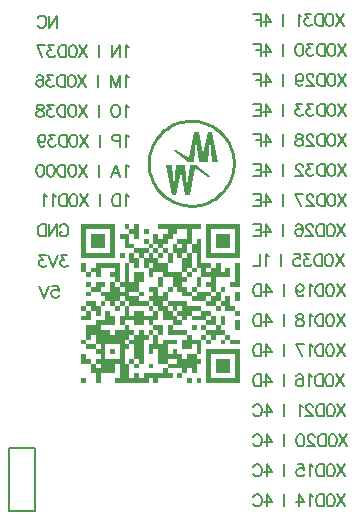
<source format=gbo>
G04*
G04 #@! TF.GenerationSoftware,Altium Limited,Altium Designer,20.0.11 (256)*
G04*
G04 Layer_Color=32896*
%FSLAX25Y25*%
%MOIN*%
G70*
G01*
G75*
%ADD10C,0.00600*%
%ADD12C,0.00800*%
%ADD81C,0.01000*%
G36*
X72000Y118700D02*
X70000D01*
X69250Y126200D01*
X68500Y118700D01*
X65500D01*
X64750Y126200D01*
X64000Y118700D01*
X62000D01*
X57000Y122700D01*
X58000D01*
X62235Y119877D01*
X64000Y128700D01*
X65500D01*
X67000Y121200D01*
X68500Y128700D01*
X70000D01*
X72000Y118700D01*
D02*
G37*
G36*
X69500Y113700D02*
X68500D01*
X64265Y116524D01*
X62500Y107700D01*
X61000D01*
X59500Y115200D01*
X58000Y107700D01*
X56500D01*
X54500Y117700D01*
X56500D01*
X57250Y110200D01*
X58000Y117700D01*
X61000D01*
X61750Y110200D01*
X62500Y117700D01*
X64500D01*
X69500Y113700D01*
D02*
G37*
G36*
X45600Y97000D02*
Y96200D01*
Y95400D01*
Y94600D01*
Y93800D01*
Y93000D01*
X44000D01*
Y93800D01*
Y94600D01*
X42400D01*
Y95400D01*
Y96200D01*
X40800D01*
Y97000D01*
Y97800D01*
X42400D01*
Y97000D01*
Y96200D01*
X44000D01*
Y97000D01*
Y97800D01*
X45600D01*
Y97000D01*
D02*
G37*
G36*
X48800Y95400D02*
Y94600D01*
X47200D01*
Y95400D01*
Y96200D01*
X48800D01*
Y95400D01*
D02*
G37*
G36*
X79200Y97000D02*
Y96200D01*
Y95400D01*
Y94600D01*
Y93800D01*
Y93000D01*
Y92200D01*
Y91400D01*
Y90600D01*
Y89800D01*
Y89000D01*
Y88200D01*
Y87400D01*
Y86600D01*
X68000D01*
Y87400D01*
Y88200D01*
Y89000D01*
Y89800D01*
Y90600D01*
Y91400D01*
Y92200D01*
Y93000D01*
Y93800D01*
Y94600D01*
Y95400D01*
Y96200D01*
Y97000D01*
Y97800D01*
X79200D01*
Y97000D01*
D02*
G37*
G36*
X48800Y92200D02*
Y91400D01*
X50400D01*
Y90600D01*
Y89800D01*
X52000D01*
Y89000D01*
Y88200D01*
X53600D01*
Y87400D01*
Y86600D01*
X52000D01*
Y87400D01*
Y88200D01*
X50400D01*
Y89000D01*
Y89800D01*
X48800D01*
Y90600D01*
Y91400D01*
X47200D01*
Y92200D01*
Y93000D01*
X48800D01*
Y92200D01*
D02*
G37*
G36*
X40800Y87400D02*
Y86600D01*
X39200D01*
Y87400D01*
Y88200D01*
X40800D01*
Y87400D01*
D02*
G37*
G36*
X37600Y97000D02*
Y96200D01*
Y95400D01*
Y94600D01*
Y93800D01*
Y93000D01*
Y92200D01*
Y91400D01*
Y90600D01*
Y89800D01*
Y89000D01*
Y88200D01*
Y87400D01*
Y86600D01*
X26400D01*
Y87400D01*
Y88200D01*
Y89000D01*
Y89800D01*
Y90600D01*
Y91400D01*
Y92200D01*
Y93000D01*
Y93800D01*
Y94600D01*
Y95400D01*
Y96200D01*
Y97000D01*
Y97800D01*
X37600D01*
Y97000D01*
D02*
G37*
G36*
X44000Y87400D02*
Y86600D01*
X45600D01*
Y85800D01*
Y85000D01*
Y84200D01*
Y83400D01*
X44000D01*
Y84200D01*
Y85000D01*
X42400D01*
Y85800D01*
Y86600D01*
Y87400D01*
Y88200D01*
X44000D01*
Y87400D01*
D02*
G37*
G36*
X28000Y84200D02*
Y83400D01*
Y82600D01*
Y81800D01*
X29600D01*
Y81000D01*
Y80200D01*
X28000D01*
Y81000D01*
Y81800D01*
X26400D01*
Y82600D01*
Y83400D01*
Y84200D01*
Y85000D01*
X28000D01*
Y84200D01*
D02*
G37*
G36*
X42400D02*
Y83400D01*
Y82600D01*
Y81800D01*
Y81000D01*
Y80200D01*
Y79400D01*
Y78600D01*
X44000D01*
Y79400D01*
Y80200D01*
Y81000D01*
Y81800D01*
X47200D01*
Y81000D01*
Y80200D01*
Y79400D01*
Y78600D01*
X45600D01*
Y77800D01*
Y77000D01*
Y76200D01*
Y75400D01*
X47200D01*
Y74600D01*
Y73800D01*
X45600D01*
Y74600D01*
Y75400D01*
X42400D01*
Y74600D01*
Y73800D01*
X45600D01*
Y73000D01*
Y72200D01*
X48800D01*
Y71400D01*
Y70600D01*
X50400D01*
Y69800D01*
Y69000D01*
X52000D01*
Y68200D01*
Y67400D01*
Y66600D01*
Y65800D01*
X50400D01*
Y65000D01*
Y64200D01*
X53600D01*
Y63400D01*
Y62600D01*
Y61800D01*
Y61000D01*
X52000D01*
Y61800D01*
Y62600D01*
X50400D01*
Y63400D01*
Y64200D01*
X48800D01*
Y65000D01*
Y65800D01*
X47200D01*
Y65000D01*
Y64200D01*
X44000D01*
Y65000D01*
Y65800D01*
X40800D01*
Y65000D01*
Y64200D01*
X42400D01*
Y63400D01*
Y62600D01*
X44000D01*
Y61800D01*
Y61000D01*
X45600D01*
Y61800D01*
Y62600D01*
X47200D01*
Y61800D01*
Y61000D01*
X48800D01*
Y60200D01*
Y59400D01*
X47200D01*
Y58600D01*
Y57800D01*
Y57000D01*
Y56200D01*
Y55400D01*
Y54600D01*
Y53800D01*
Y53000D01*
Y52200D01*
Y51400D01*
X45600D01*
Y52200D01*
Y53000D01*
X44000D01*
Y53800D01*
Y54600D01*
Y55400D01*
Y56200D01*
Y57000D01*
Y57800D01*
X42400D01*
Y58600D01*
Y59400D01*
X40800D01*
Y58600D01*
Y57800D01*
X42400D01*
Y57000D01*
Y56200D01*
X40800D01*
Y55400D01*
Y54600D01*
Y53800D01*
Y53000D01*
Y52200D01*
Y51400D01*
X42400D01*
Y50600D01*
Y49800D01*
Y49000D01*
Y48200D01*
Y47400D01*
Y46600D01*
X44000D01*
Y47400D01*
Y48200D01*
X45600D01*
Y47400D01*
Y46600D01*
X47200D01*
Y47400D01*
Y48200D01*
X53600D01*
Y49000D01*
Y49800D01*
X55200D01*
Y49000D01*
Y48200D01*
X56800D01*
Y47400D01*
Y46600D01*
X52000D01*
Y45800D01*
Y45000D01*
X50400D01*
Y45800D01*
Y46600D01*
X48800D01*
Y45800D01*
Y45000D01*
X37600D01*
Y45800D01*
Y46600D01*
X39200D01*
Y47400D01*
Y48200D01*
Y49000D01*
Y49800D01*
Y50600D01*
Y51400D01*
X37600D01*
Y50600D01*
Y49800D01*
Y49000D01*
Y48200D01*
X32800D01*
Y47400D01*
Y46600D01*
Y45800D01*
Y45000D01*
X31200D01*
Y45800D01*
Y46600D01*
Y47400D01*
Y48200D01*
X29600D01*
Y49000D01*
Y49800D01*
Y50600D01*
Y51400D01*
X26400D01*
Y52200D01*
Y53000D01*
Y53800D01*
Y54600D01*
X28000D01*
Y53800D01*
Y53000D01*
X29600D01*
Y52200D01*
Y51400D01*
X31200D01*
Y50600D01*
Y49800D01*
X32800D01*
Y50600D01*
Y51400D01*
X31200D01*
Y52200D01*
Y53000D01*
X32800D01*
Y53800D01*
Y54600D01*
X31200D01*
Y55400D01*
Y56200D01*
X28000D01*
Y57000D01*
Y57800D01*
X26400D01*
Y58600D01*
Y59400D01*
X28000D01*
Y58600D01*
Y57800D01*
X31200D01*
Y57000D01*
Y56200D01*
X32800D01*
Y57000D01*
Y57800D01*
X31200D01*
Y58600D01*
Y59400D01*
Y60200D01*
Y61000D01*
X29600D01*
Y60200D01*
Y59400D01*
X28000D01*
Y60200D01*
Y61000D01*
Y61800D01*
Y62600D01*
Y63400D01*
Y64200D01*
X31200D01*
Y65000D01*
Y65800D01*
X34400D01*
Y66600D01*
Y67400D01*
Y68200D01*
Y69000D01*
X36000D01*
Y68200D01*
Y67400D01*
X37600D01*
Y66600D01*
Y65800D01*
Y65000D01*
Y64200D01*
X32800D01*
Y63400D01*
Y62600D01*
X36000D01*
Y61800D01*
Y61000D01*
X37600D01*
Y61800D01*
Y62600D01*
X40800D01*
Y63400D01*
Y64200D01*
X39200D01*
Y65000D01*
Y65800D01*
Y66600D01*
Y67400D01*
X40800D01*
Y68200D01*
Y69000D01*
Y69800D01*
Y70600D01*
X39200D01*
Y71400D01*
Y72200D01*
X37600D01*
Y71400D01*
Y70600D01*
X39200D01*
Y69800D01*
Y69000D01*
X37600D01*
Y69800D01*
Y70600D01*
X36000D01*
Y71400D01*
Y72200D01*
X34400D01*
Y73000D01*
Y73800D01*
X32800D01*
Y74600D01*
Y75400D01*
X29600D01*
Y76200D01*
Y77000D01*
X28000D01*
Y77800D01*
Y78600D01*
X29600D01*
Y77800D01*
Y77000D01*
X31200D01*
Y77800D01*
Y78600D01*
X34400D01*
Y77800D01*
Y77000D01*
X32800D01*
Y76200D01*
Y75400D01*
X36000D01*
Y76200D01*
Y77000D01*
Y77800D01*
Y78600D01*
X37600D01*
Y77800D01*
Y77000D01*
X39200D01*
Y76200D01*
Y75400D01*
X40800D01*
Y76200D01*
Y77000D01*
X39200D01*
Y77800D01*
Y78600D01*
X37600D01*
Y79400D01*
Y80200D01*
X36000D01*
Y81000D01*
Y81800D01*
X37600D01*
Y82600D01*
Y83400D01*
X32800D01*
Y82600D01*
Y81800D01*
Y81000D01*
Y80200D01*
X31200D01*
Y81000D01*
Y81800D01*
X29600D01*
Y82600D01*
Y83400D01*
X31200D01*
Y84200D01*
Y85000D01*
X39200D01*
Y84200D01*
Y83400D01*
Y82600D01*
Y81800D01*
Y81000D01*
Y80200D01*
Y79400D01*
Y78600D01*
X40800D01*
Y79400D01*
Y80200D01*
Y81000D01*
Y81800D01*
Y82600D01*
Y83400D01*
Y84200D01*
Y85000D01*
X42400D01*
Y84200D01*
D02*
G37*
G36*
X79200D02*
Y83400D01*
Y82600D01*
Y81800D01*
Y81000D01*
Y80200D01*
Y79400D01*
Y78600D01*
Y77800D01*
Y77000D01*
X76000D01*
Y77800D01*
Y78600D01*
X77600D01*
Y79400D01*
Y80200D01*
Y81000D01*
Y81800D01*
Y82600D01*
Y83400D01*
Y84200D01*
Y85000D01*
X79200D01*
Y84200D01*
D02*
G37*
G36*
X66400Y79400D02*
Y78600D01*
Y77800D01*
Y77000D01*
X64800D01*
Y77800D01*
Y78600D01*
Y79400D01*
Y80200D01*
X66400D01*
Y79400D01*
D02*
G37*
G36*
X53600D02*
Y78600D01*
Y77800D01*
Y77000D01*
X52000D01*
Y77800D01*
Y78600D01*
Y79400D01*
Y80200D01*
X53600D01*
Y79400D01*
D02*
G37*
G36*
X74400Y76200D02*
Y75400D01*
X72800D01*
Y76200D01*
Y77000D01*
X74400D01*
Y76200D01*
D02*
G37*
G36*
X56800D02*
Y75400D01*
X55200D01*
Y76200D01*
Y77000D01*
X56800D01*
Y76200D01*
D02*
G37*
G36*
X66400Y97000D02*
Y96200D01*
X63200D01*
Y95400D01*
Y94600D01*
Y93800D01*
Y93000D01*
Y92200D01*
Y91400D01*
X64800D01*
Y92200D01*
Y93000D01*
X66400D01*
Y92200D01*
Y91400D01*
Y90600D01*
Y89800D01*
Y89000D01*
Y88200D01*
Y87400D01*
Y86600D01*
Y85800D01*
Y85000D01*
X69600D01*
Y84200D01*
Y83400D01*
X71200D01*
Y84200D01*
Y85000D01*
X72800D01*
Y84200D01*
Y83400D01*
Y82600D01*
Y81800D01*
X74400D01*
Y82600D01*
Y83400D01*
X76000D01*
Y82600D01*
Y81800D01*
Y81000D01*
Y80200D01*
X71200D01*
Y79400D01*
Y78600D01*
Y77800D01*
Y77000D01*
Y76200D01*
Y75400D01*
X72800D01*
Y74600D01*
Y73800D01*
Y73000D01*
Y72200D01*
X74400D01*
Y73000D01*
Y73800D01*
X76000D01*
Y73000D01*
Y72200D01*
Y71400D01*
Y70600D01*
X77600D01*
Y69800D01*
Y69000D01*
X79200D01*
Y68200D01*
Y67400D01*
X77600D01*
Y68200D01*
Y69000D01*
X74400D01*
Y69800D01*
Y70600D01*
X72800D01*
Y71400D01*
Y72200D01*
X71200D01*
Y71400D01*
Y70600D01*
X72800D01*
Y69800D01*
Y69000D01*
X71200D01*
Y69800D01*
Y70600D01*
X68000D01*
Y71400D01*
Y72200D01*
X63200D01*
Y73000D01*
Y73800D01*
X60000D01*
Y74600D01*
Y75400D01*
X58400D01*
Y76200D01*
Y77000D01*
X56800D01*
Y77800D01*
Y78600D01*
Y79400D01*
Y80200D01*
X53600D01*
Y81000D01*
Y81800D01*
X50400D01*
Y81000D01*
Y80200D01*
X48800D01*
Y81000D01*
Y81800D01*
Y82600D01*
Y83400D01*
X47200D01*
Y84200D01*
Y85000D01*
Y85800D01*
Y86600D01*
X45600D01*
Y87400D01*
Y88200D01*
X44000D01*
Y89000D01*
Y89800D01*
X40800D01*
Y90600D01*
Y91400D01*
Y92200D01*
Y93000D01*
X39200D01*
Y93800D01*
Y94600D01*
X42400D01*
Y93800D01*
Y93000D01*
Y92200D01*
Y91400D01*
X44000D01*
Y90600D01*
Y89800D01*
X48800D01*
Y89000D01*
Y88200D01*
X50400D01*
Y87400D01*
Y86600D01*
X52000D01*
Y85800D01*
Y85000D01*
X55200D01*
Y84200D01*
Y83400D01*
Y82600D01*
Y81800D01*
X60000D01*
Y81000D01*
Y80200D01*
X61600D01*
Y79400D01*
Y78600D01*
X60000D01*
Y77800D01*
Y77000D01*
X61600D01*
Y76200D01*
Y75400D01*
X63200D01*
Y74600D01*
Y73800D01*
X64800D01*
Y74600D01*
Y75400D01*
X63200D01*
Y76200D01*
Y77000D01*
X64800D01*
Y76200D01*
Y75400D01*
X69600D01*
Y74600D01*
Y73800D01*
X71200D01*
Y74600D01*
Y75400D01*
X69600D01*
Y76200D01*
Y77000D01*
X68000D01*
Y77800D01*
Y78600D01*
X69600D01*
Y79400D01*
Y80200D01*
X66400D01*
Y81000D01*
Y81800D01*
Y82600D01*
Y83400D01*
X64800D01*
Y84200D01*
Y85000D01*
Y85800D01*
Y86600D01*
Y87400D01*
Y88200D01*
X63200D01*
Y89000D01*
Y89800D01*
Y90600D01*
Y91400D01*
X61600D01*
Y90600D01*
Y89800D01*
Y89000D01*
Y88200D01*
X63200D01*
Y87400D01*
Y86600D01*
Y85800D01*
Y85000D01*
Y84200D01*
Y83400D01*
X64800D01*
Y82600D01*
Y81800D01*
X63200D01*
Y82600D01*
Y83400D01*
X61600D01*
Y82600D01*
Y81800D01*
X63200D01*
Y81000D01*
Y80200D01*
X61600D01*
Y81000D01*
Y81800D01*
X60000D01*
Y82600D01*
Y83400D01*
Y84200D01*
Y85000D01*
Y85800D01*
Y86600D01*
X58400D01*
Y87400D01*
Y88200D01*
X56800D01*
Y89000D01*
Y89800D01*
Y90600D01*
Y91400D01*
X58400D01*
Y90600D01*
Y89800D01*
X60000D01*
Y90600D01*
Y91400D01*
X58400D01*
Y92200D01*
Y93000D01*
X61600D01*
Y93800D01*
Y94600D01*
Y95400D01*
Y96200D01*
X58400D01*
Y95400D01*
Y94600D01*
X56800D01*
Y93800D01*
Y93000D01*
X55200D01*
Y92200D01*
Y91400D01*
X53600D01*
Y90600D01*
Y89800D01*
X55200D01*
Y89000D01*
Y88200D01*
X56800D01*
Y87400D01*
Y86600D01*
Y85800D01*
Y85000D01*
X55200D01*
Y85800D01*
Y86600D01*
Y87400D01*
Y88200D01*
X53600D01*
Y89000D01*
Y89800D01*
X52000D01*
Y90600D01*
Y91400D01*
X50400D01*
Y92200D01*
Y93000D01*
Y93800D01*
Y94600D01*
X52000D01*
Y93800D01*
Y93000D01*
X53600D01*
Y93800D01*
Y94600D01*
X55200D01*
Y95400D01*
Y96200D01*
X52000D01*
Y97000D01*
Y97800D01*
X66400D01*
Y97000D01*
D02*
G37*
G36*
X29600Y74600D02*
Y73800D01*
X28000D01*
Y74600D01*
Y75400D01*
X29600D01*
Y74600D01*
D02*
G37*
G36*
X79200D02*
Y73800D01*
Y73000D01*
Y72200D01*
X77600D01*
Y73000D01*
Y73800D01*
Y74600D01*
Y75400D01*
X79200D01*
Y74600D01*
D02*
G37*
G36*
X34400Y71400D02*
Y70600D01*
X32800D01*
Y71400D01*
Y72200D01*
X34400D01*
Y71400D01*
D02*
G37*
G36*
X31200D02*
Y70600D01*
X32800D01*
Y69800D01*
Y69000D01*
Y68200D01*
Y67400D01*
X31200D01*
Y68200D01*
Y69000D01*
X29600D01*
Y69800D01*
Y70600D01*
X28000D01*
Y71400D01*
Y72200D01*
X31200D01*
Y71400D01*
D02*
G37*
G36*
X28000Y69800D02*
Y69000D01*
X29600D01*
Y68200D01*
Y67400D01*
Y66600D01*
Y65800D01*
X26400D01*
Y66600D01*
Y67400D01*
X28000D01*
Y68200D01*
Y69000D01*
X26400D01*
Y69800D01*
Y70600D01*
X28000D01*
Y69800D01*
D02*
G37*
G36*
X74400Y66600D02*
Y65800D01*
Y65000D01*
Y64200D01*
X72800D01*
Y65000D01*
Y65800D01*
Y66600D01*
Y67400D01*
X74400D01*
Y66600D01*
D02*
G37*
G36*
X79200Y65000D02*
Y64200D01*
Y63400D01*
Y62600D01*
X77600D01*
Y63400D01*
Y64200D01*
Y65000D01*
Y65800D01*
X79200D01*
Y65000D01*
D02*
G37*
G36*
X52000Y76200D02*
Y75400D01*
Y74600D01*
Y73800D01*
X53600D01*
Y74600D01*
Y75400D01*
X55200D01*
Y74600D01*
Y73800D01*
Y73000D01*
Y72200D01*
X61600D01*
Y71400D01*
Y70600D01*
X66400D01*
Y69800D01*
Y69000D01*
X69600D01*
Y68200D01*
Y67400D01*
X71200D01*
Y66600D01*
Y65800D01*
Y65000D01*
Y64200D01*
X72800D01*
Y63400D01*
Y62600D01*
X74400D01*
Y61800D01*
Y61000D01*
X76000D01*
Y60200D01*
Y59400D01*
X79200D01*
Y58600D01*
Y57800D01*
X76000D01*
Y58600D01*
Y59400D01*
X74400D01*
Y60200D01*
Y61000D01*
X71200D01*
Y60200D01*
Y59400D01*
X69600D01*
Y60200D01*
Y61000D01*
X68000D01*
Y61800D01*
Y62600D01*
X66400D01*
Y63400D01*
Y64200D01*
X68000D01*
Y63400D01*
Y62600D01*
X71200D01*
Y63400D01*
Y64200D01*
X68000D01*
Y65000D01*
Y65800D01*
X63200D01*
Y66600D01*
Y67400D01*
X61600D01*
Y66600D01*
Y65800D01*
X60000D01*
Y66600D01*
Y67400D01*
X58400D01*
Y68200D01*
Y69000D01*
X56800D01*
Y69800D01*
Y70600D01*
X55200D01*
Y71400D01*
Y72200D01*
X53600D01*
Y71400D01*
Y70600D01*
X55200D01*
Y69800D01*
Y69000D01*
X56800D01*
Y68200D01*
Y67400D01*
X58400D01*
Y66600D01*
Y65800D01*
X60000D01*
Y65000D01*
Y64200D01*
X56800D01*
Y65000D01*
Y65800D01*
X53600D01*
Y66600D01*
Y67400D01*
Y68200D01*
Y69000D01*
X52000D01*
Y69800D01*
Y70600D01*
X50400D01*
Y71400D01*
Y72200D01*
X48800D01*
Y73000D01*
Y73800D01*
X50400D01*
Y74600D01*
Y75400D01*
X48800D01*
Y76200D01*
Y77000D01*
X52000D01*
Y76200D01*
D02*
G37*
G36*
X64800Y63400D02*
Y62600D01*
X63200D01*
Y63400D01*
Y64200D01*
X64800D01*
Y63400D01*
D02*
G37*
G36*
X74400Y58600D02*
Y57800D01*
X72800D01*
Y58600D01*
Y59400D01*
X74400D01*
Y58600D01*
D02*
G37*
G36*
X68000Y60200D02*
Y59400D01*
X69600D01*
Y58600D01*
Y57800D01*
X68000D01*
Y58600D01*
Y59400D01*
X66400D01*
Y60200D01*
Y61000D01*
X68000D01*
Y60200D01*
D02*
G37*
G36*
X56800Y63400D02*
Y62600D01*
X61600D01*
Y61800D01*
Y61000D01*
X63200D01*
Y60200D01*
Y59400D01*
X66400D01*
Y58600D01*
Y57800D01*
Y57000D01*
Y56200D01*
Y55400D01*
Y54600D01*
X64800D01*
Y55400D01*
Y56200D01*
Y57000D01*
Y57800D01*
X63200D01*
Y57000D01*
Y56200D01*
X60000D01*
Y57000D01*
Y57800D01*
Y58600D01*
Y59400D01*
X61600D01*
Y60200D01*
Y61000D01*
X55200D01*
Y61800D01*
Y62600D01*
Y63400D01*
Y64200D01*
X56800D01*
Y63400D01*
D02*
G37*
G36*
X50400Y50600D02*
Y49800D01*
X48800D01*
Y50600D01*
Y51400D01*
X50400D01*
Y50600D01*
D02*
G37*
G36*
X44000Y52200D02*
Y51400D01*
X45600D01*
Y50600D01*
Y49800D01*
X44000D01*
Y50600D01*
Y51400D01*
X42400D01*
Y52200D01*
Y53000D01*
X44000D01*
Y52200D01*
D02*
G37*
G36*
X50400Y61800D02*
Y61000D01*
X52000D01*
Y60200D01*
Y59400D01*
Y58600D01*
Y57800D01*
X53600D01*
Y58600D01*
Y59400D01*
X58400D01*
Y58600D01*
Y57800D01*
X55200D01*
Y57000D01*
Y56200D01*
Y55400D01*
Y54600D01*
X56800D01*
Y55400D01*
Y56200D01*
X58400D01*
Y55400D01*
Y54600D01*
X60000D01*
Y53800D01*
Y53000D01*
X61600D01*
Y53800D01*
Y54600D01*
X64800D01*
Y53800D01*
Y53000D01*
X66400D01*
Y52200D01*
Y51400D01*
X64800D01*
Y50600D01*
Y49800D01*
Y49000D01*
Y48200D01*
X63200D01*
Y49000D01*
Y49800D01*
X61600D01*
Y49000D01*
Y48200D01*
X60000D01*
Y49000D01*
Y49800D01*
X55200D01*
Y50600D01*
Y51400D01*
X52000D01*
Y52200D01*
Y53000D01*
Y53800D01*
Y54600D01*
Y55400D01*
Y56200D01*
X50400D01*
Y55400D01*
Y54600D01*
X48800D01*
Y55400D01*
Y56200D01*
Y57000D01*
Y57800D01*
X50400D01*
Y58600D01*
Y59400D01*
Y60200D01*
Y61000D01*
X48800D01*
Y61800D01*
Y62600D01*
X50400D01*
Y61800D01*
D02*
G37*
G36*
X60000Y47400D02*
Y46600D01*
X58400D01*
Y47400D01*
Y48200D01*
X60000D01*
Y47400D01*
D02*
G37*
G36*
X79200Y55400D02*
Y54600D01*
Y53800D01*
Y53000D01*
Y52200D01*
Y51400D01*
Y50600D01*
Y49800D01*
Y49000D01*
Y48200D01*
Y47400D01*
Y46600D01*
Y45800D01*
Y45000D01*
X68000D01*
Y45800D01*
Y46600D01*
Y47400D01*
Y48200D01*
Y49000D01*
Y49800D01*
Y50600D01*
Y51400D01*
Y52200D01*
Y53000D01*
Y53800D01*
Y54600D01*
Y55400D01*
Y56200D01*
X79200D01*
Y55400D01*
D02*
G37*
G36*
X66400Y45800D02*
Y45000D01*
X64800D01*
Y45800D01*
Y46600D01*
X66400D01*
Y45800D01*
D02*
G37*
G36*
X63200D02*
Y45000D01*
X61600D01*
Y45800D01*
Y46600D01*
X63200D01*
Y45800D01*
D02*
G37*
G36*
X28000D02*
Y45000D01*
X26400D01*
Y45800D01*
Y46600D01*
X28000D01*
Y45800D01*
D02*
G37*
%LPC*%
G36*
X77600Y96200D02*
X69600D01*
Y95400D01*
Y94600D01*
Y93800D01*
Y93000D01*
Y92200D01*
Y91400D01*
Y90600D01*
Y89800D01*
Y89000D01*
Y88200D01*
X77600D01*
Y89000D01*
Y89800D01*
Y90600D01*
Y91400D01*
Y92200D01*
Y93000D01*
Y93800D01*
Y94600D01*
Y95400D01*
Y96200D01*
D02*
G37*
%LPD*%
G36*
X76000Y93800D02*
Y93000D01*
Y92200D01*
Y91400D01*
Y90600D01*
Y89800D01*
X71200D01*
Y90600D01*
Y91400D01*
Y92200D01*
Y93000D01*
Y93800D01*
Y94600D01*
X76000D01*
Y93800D01*
D02*
G37*
%LPC*%
G36*
X36000Y96200D02*
X28000D01*
Y95400D01*
Y94600D01*
Y93800D01*
Y93000D01*
Y92200D01*
Y91400D01*
Y90600D01*
Y89800D01*
Y89000D01*
Y88200D01*
X36000D01*
Y89000D01*
Y89800D01*
Y90600D01*
Y91400D01*
Y92200D01*
Y93000D01*
Y93800D01*
Y94600D01*
Y95400D01*
Y96200D01*
D02*
G37*
%LPD*%
G36*
X34400Y93800D02*
Y93000D01*
Y92200D01*
Y91400D01*
Y90600D01*
Y89800D01*
X29600D01*
Y90600D01*
Y91400D01*
Y92200D01*
Y93000D01*
Y93800D01*
Y94600D01*
X34400D01*
Y93800D01*
D02*
G37*
%LPC*%
G36*
X40800Y73800D02*
X39200D01*
Y73000D01*
Y72200D01*
X40800D01*
Y71400D01*
Y70600D01*
X42400D01*
Y69800D01*
Y69000D01*
Y68200D01*
Y67400D01*
X44000D01*
Y68200D01*
Y69000D01*
X47200D01*
Y68200D01*
Y67400D01*
X50400D01*
Y68200D01*
Y69000D01*
X48800D01*
Y69800D01*
Y70600D01*
X42400D01*
Y71400D01*
Y72200D01*
X40800D01*
Y73000D01*
Y73800D01*
D02*
G37*
G36*
X44000Y61000D02*
X42400D01*
Y60200D01*
Y59400D01*
X44000D01*
Y60200D01*
Y61000D01*
D02*
G37*
G36*
X39200Y57800D02*
X34400D01*
Y57000D01*
Y56200D01*
Y55400D01*
Y54600D01*
Y53800D01*
Y53000D01*
X39200D01*
Y53800D01*
Y54600D01*
Y55400D01*
Y56200D01*
Y57000D01*
Y57800D01*
D02*
G37*
%LPD*%
G36*
X37600Y55400D02*
Y54600D01*
X36000D01*
Y55400D01*
Y56200D01*
X37600D01*
Y55400D01*
D02*
G37*
%LPC*%
G36*
X61600Y88200D02*
X60000D01*
Y87400D01*
Y86600D01*
X61600D01*
Y87400D01*
Y88200D01*
D02*
G37*
G36*
X48800D02*
X47200D01*
Y87400D01*
Y86600D01*
X48800D01*
Y87400D01*
Y88200D01*
D02*
G37*
G36*
X50400Y85000D02*
X48800D01*
Y84200D01*
Y83400D01*
X50400D01*
Y84200D01*
Y85000D01*
D02*
G37*
G36*
X69600Y83400D02*
X68000D01*
Y82600D01*
Y81800D01*
X69600D01*
Y82600D01*
Y83400D01*
D02*
G37*
G36*
Y73800D02*
X68000D01*
Y73000D01*
Y72200D01*
X69600D01*
Y73000D01*
Y73800D01*
D02*
G37*
G36*
X60000Y70600D02*
X58400D01*
Y69800D01*
Y69000D01*
X60000D01*
Y69800D01*
Y70600D01*
D02*
G37*
G36*
X66400Y69000D02*
X63200D01*
Y68200D01*
Y67400D01*
X66400D01*
Y68200D01*
Y69000D01*
D02*
G37*
G36*
X69600Y67400D02*
X68000D01*
Y66600D01*
Y65800D01*
X69600D01*
Y66600D01*
Y67400D01*
D02*
G37*
G36*
X58400Y53000D02*
X55200D01*
Y52200D01*
Y51400D01*
X58400D01*
Y52200D01*
Y53000D01*
D02*
G37*
G36*
X77600Y54600D02*
X69600D01*
Y53800D01*
Y53000D01*
Y52200D01*
Y51400D01*
Y50600D01*
Y49800D01*
Y49000D01*
Y48200D01*
Y47400D01*
Y46600D01*
X77600D01*
Y47400D01*
Y48200D01*
Y49000D01*
Y49800D01*
Y50600D01*
Y51400D01*
Y52200D01*
Y53000D01*
Y53800D01*
Y54600D01*
D02*
G37*
%LPD*%
G36*
X76000Y52200D02*
Y51400D01*
Y50600D01*
Y49800D01*
Y49000D01*
Y48200D01*
X71200D01*
Y49000D01*
Y49800D01*
Y50600D01*
Y51400D01*
Y52200D01*
Y53000D01*
X76000D01*
Y52200D01*
D02*
G37*
D10*
X2400Y2400D02*
X10800D01*
X2400D02*
Y23400D01*
X10800D01*
Y2400D02*
Y23400D01*
D12*
X18400Y167399D02*
Y163400D01*
Y167399D02*
X15734Y163400D01*
Y167399D02*
Y163400D01*
X11773Y166447D02*
X11963Y166828D01*
X12344Y167209D01*
X12725Y167399D01*
X13487D01*
X13868Y167209D01*
X14248Y166828D01*
X14439Y166447D01*
X14629Y165876D01*
Y164924D01*
X14439Y164352D01*
X14248Y163971D01*
X13868Y163590D01*
X13487Y163400D01*
X12725D01*
X12344Y163590D01*
X11963Y163971D01*
X11773Y164352D01*
X16715Y77399D02*
X18619D01*
X18810Y75685D01*
X18619Y75876D01*
X18048Y76066D01*
X17477D01*
X16905Y75876D01*
X16524Y75495D01*
X16334Y74923D01*
Y74543D01*
X16524Y73971D01*
X16905Y73590D01*
X17477Y73400D01*
X18048D01*
X18619Y73590D01*
X18810Y73781D01*
X19000Y74162D01*
X15439Y77399D02*
X13915Y73400D01*
X12392Y77399D02*
X13915Y73400D01*
X21619Y87599D02*
X19524D01*
X20667Y86076D01*
X20096D01*
X19715Y85885D01*
X19524Y85695D01*
X19334Y85123D01*
Y84743D01*
X19524Y84171D01*
X19905Y83790D01*
X20477Y83600D01*
X21048D01*
X21619Y83790D01*
X21810Y83981D01*
X22000Y84362D01*
X18439Y87599D02*
X16915Y83600D01*
X15392Y87599D02*
X16915Y83600D01*
X14497Y87599D02*
X12402D01*
X13545Y86076D01*
X12973D01*
X12593Y85885D01*
X12402Y85695D01*
X12212Y85123D01*
Y84743D01*
X12402Y84171D01*
X12783Y83790D01*
X13354Y83600D01*
X13926D01*
X14497Y83790D01*
X14687Y83981D01*
X14878Y84362D01*
X19143Y96847D02*
X19334Y97228D01*
X19715Y97609D01*
X20096Y97799D01*
X20857D01*
X21238Y97609D01*
X21619Y97228D01*
X21810Y96847D01*
X22000Y96276D01*
Y95323D01*
X21810Y94752D01*
X21619Y94371D01*
X21238Y93990D01*
X20857Y93800D01*
X20096D01*
X19715Y93990D01*
X19334Y94371D01*
X19143Y94752D01*
Y95323D01*
X20096D02*
X19143D01*
X18229Y97799D02*
Y93800D01*
Y97799D02*
X15563Y93800D01*
Y97799D02*
Y93800D01*
X14459Y97799D02*
Y93800D01*
Y97799D02*
X13126D01*
X12554Y97609D01*
X12173Y97228D01*
X11983Y96847D01*
X11793Y96276D01*
Y95323D01*
X11983Y94752D01*
X12173Y94371D01*
X12554Y93990D01*
X13126Y93800D01*
X14459D01*
X114372Y7799D02*
X111706Y3800D01*
Y7799D02*
X114372Y3800D01*
X109668Y7799D02*
X110239Y7609D01*
X110620Y7037D01*
X110810Y6085D01*
Y5514D01*
X110620Y4562D01*
X110239Y3990D01*
X109668Y3800D01*
X109287D01*
X108716Y3990D01*
X108335Y4562D01*
X108144Y5514D01*
Y6085D01*
X108335Y7037D01*
X108716Y7609D01*
X109287Y7799D01*
X109668D01*
X107249D02*
Y3800D01*
Y7799D02*
X105916D01*
X105345Y7609D01*
X104964Y7228D01*
X104774Y6847D01*
X104583Y6276D01*
Y5324D01*
X104774Y4752D01*
X104964Y4371D01*
X105345Y3990D01*
X105916Y3800D01*
X107249D01*
X103688Y7037D02*
X103307Y7228D01*
X102736Y7799D01*
Y3800D01*
X98851Y7799D02*
X100755Y5133D01*
X97899D01*
X98851Y7799D02*
Y3800D01*
X94052Y7799D02*
Y3800D01*
X88168Y7799D02*
X90072Y5133D01*
X87216D01*
X88168Y7799D02*
Y3800D01*
X83654Y6847D02*
X83845Y7228D01*
X84226Y7609D01*
X84606Y7799D01*
X85368D01*
X85749Y7609D01*
X86130Y7228D01*
X86320Y6847D01*
X86511Y6276D01*
Y5324D01*
X86320Y4752D01*
X86130Y4371D01*
X85749Y3990D01*
X85368Y3800D01*
X84606D01*
X84226Y3990D01*
X83845Y4371D01*
X83654Y4752D01*
X114372Y17812D02*
X111706Y13813D01*
Y17812D02*
X114372Y13813D01*
X109668Y17812D02*
X110239Y17621D01*
X110620Y17050D01*
X110810Y16098D01*
Y15526D01*
X110620Y14574D01*
X110239Y14003D01*
X109668Y13813D01*
X109287D01*
X108716Y14003D01*
X108335Y14574D01*
X108144Y15526D01*
Y16098D01*
X108335Y17050D01*
X108716Y17621D01*
X109287Y17812D01*
X109668D01*
X107249D02*
Y13813D01*
Y17812D02*
X105916D01*
X105345Y17621D01*
X104964Y17240D01*
X104774Y16860D01*
X104583Y16288D01*
Y15336D01*
X104774Y14765D01*
X104964Y14384D01*
X105345Y14003D01*
X105916Y13813D01*
X107249D01*
X103688Y17050D02*
X103307Y17240D01*
X102736Y17812D01*
Y13813D01*
X98470Y17812D02*
X100375D01*
X100565Y16098D01*
X100375Y16288D01*
X99803Y16479D01*
X99232D01*
X98661Y16288D01*
X98280Y15907D01*
X98089Y15336D01*
Y14955D01*
X98280Y14384D01*
X98661Y14003D01*
X99232Y13813D01*
X99803D01*
X100375Y14003D01*
X100565Y14193D01*
X100755Y14574D01*
X94052Y17812D02*
Y13813D01*
X88168Y17812D02*
X90072Y15146D01*
X87216D01*
X88168Y17812D02*
Y13813D01*
X83654Y16860D02*
X83845Y17240D01*
X84226Y17621D01*
X84606Y17812D01*
X85368D01*
X85749Y17621D01*
X86130Y17240D01*
X86320Y16860D01*
X86511Y16288D01*
Y15336D01*
X86320Y14765D01*
X86130Y14384D01*
X85749Y14003D01*
X85368Y13813D01*
X84606D01*
X84226Y14003D01*
X83845Y14384D01*
X83654Y14765D01*
X115000Y27824D02*
X112334Y23825D01*
Y27824D02*
X115000Y23825D01*
X110296Y27824D02*
X110868Y27634D01*
X111248Y27062D01*
X111439Y26110D01*
Y25539D01*
X111248Y24587D01*
X110868Y24015D01*
X110296Y23825D01*
X109915D01*
X109344Y24015D01*
X108963Y24587D01*
X108773Y25539D01*
Y26110D01*
X108963Y27062D01*
X109344Y27634D01*
X109915Y27824D01*
X110296D01*
X107878D02*
Y23825D01*
Y27824D02*
X106545D01*
X105973Y27634D01*
X105593Y27253D01*
X105402Y26872D01*
X105212Y26301D01*
Y25348D01*
X105402Y24777D01*
X105593Y24396D01*
X105973Y24015D01*
X106545Y23825D01*
X107878D01*
X104126Y26872D02*
Y27062D01*
X103936Y27443D01*
X103745Y27634D01*
X103364Y27824D01*
X102603D01*
X102222Y27634D01*
X102031Y27443D01*
X101841Y27062D01*
Y26682D01*
X102031Y26301D01*
X102412Y25729D01*
X104317Y23825D01*
X101651D01*
X99613Y27824D02*
X100184Y27634D01*
X100565Y27062D01*
X100755Y26110D01*
Y25539D01*
X100565Y24587D01*
X100184Y24015D01*
X99613Y23825D01*
X99232D01*
X98661Y24015D01*
X98280Y24587D01*
X98089Y25539D01*
Y26110D01*
X98280Y27062D01*
X98661Y27634D01*
X99232Y27824D01*
X99613D01*
X94052D02*
Y23825D01*
X88168Y27824D02*
X90072Y25158D01*
X87216D01*
X88168Y27824D02*
Y23825D01*
X83654Y26872D02*
X83845Y27253D01*
X84226Y27634D01*
X84606Y27824D01*
X85368D01*
X85749Y27634D01*
X86130Y27253D01*
X86320Y26872D01*
X86511Y26301D01*
Y25348D01*
X86320Y24777D01*
X86130Y24396D01*
X85749Y24015D01*
X85368Y23825D01*
X84606D01*
X84226Y24015D01*
X83845Y24396D01*
X83654Y24777D01*
X114372Y37837D02*
X111706Y33838D01*
Y37837D02*
X114372Y33838D01*
X109668Y37837D02*
X110239Y37646D01*
X110620Y37075D01*
X110810Y36123D01*
Y35551D01*
X110620Y34599D01*
X110239Y34028D01*
X109668Y33838D01*
X109287D01*
X108716Y34028D01*
X108335Y34599D01*
X108144Y35551D01*
Y36123D01*
X108335Y37075D01*
X108716Y37646D01*
X109287Y37837D01*
X109668D01*
X107249D02*
Y33838D01*
Y37837D02*
X105916D01*
X105345Y37646D01*
X104964Y37265D01*
X104774Y36884D01*
X104583Y36313D01*
Y35361D01*
X104774Y34790D01*
X104964Y34409D01*
X105345Y34028D01*
X105916Y33838D01*
X107249D01*
X103498Y36884D02*
Y37075D01*
X103307Y37456D01*
X103117Y37646D01*
X102736Y37837D01*
X101974D01*
X101593Y37646D01*
X101403Y37456D01*
X101213Y37075D01*
Y36694D01*
X101403Y36313D01*
X101784Y35742D01*
X103688Y33838D01*
X101022D01*
X100127Y37075D02*
X99746Y37265D01*
X99175Y37837D01*
Y33838D01*
X94052Y37837D02*
Y33838D01*
X88168Y37837D02*
X90072Y35171D01*
X87216D01*
X88168Y37837D02*
Y33838D01*
X83654Y36884D02*
X83845Y37265D01*
X84226Y37646D01*
X84606Y37837D01*
X85368D01*
X85749Y37646D01*
X86130Y37265D01*
X86320Y36884D01*
X86511Y36313D01*
Y35361D01*
X86320Y34790D01*
X86130Y34409D01*
X85749Y34028D01*
X85368Y33838D01*
X84606D01*
X84226Y34028D01*
X83845Y34409D01*
X83654Y34790D01*
X113972Y47849D02*
X111306Y43850D01*
Y47849D02*
X113972Y43850D01*
X109268Y47849D02*
X109839Y47659D01*
X110220Y47087D01*
X110410Y46135D01*
Y45564D01*
X110220Y44612D01*
X109839Y44040D01*
X109268Y43850D01*
X108887D01*
X108316Y44040D01*
X107935Y44612D01*
X107744Y45564D01*
Y46135D01*
X107935Y47087D01*
X108316Y47659D01*
X108887Y47849D01*
X109268D01*
X106849D02*
Y43850D01*
Y47849D02*
X105516D01*
X104945Y47659D01*
X104564Y47278D01*
X104374Y46897D01*
X104183Y46326D01*
Y45373D01*
X104374Y44802D01*
X104564Y44421D01*
X104945Y44040D01*
X105516Y43850D01*
X106849D01*
X103288Y47087D02*
X102907Y47278D01*
X102336Y47849D01*
Y43850D01*
X98070Y47278D02*
X98261Y47659D01*
X98832Y47849D01*
X99213D01*
X99784Y47659D01*
X100165Y47087D01*
X100356Y46135D01*
Y45183D01*
X100165Y44421D01*
X99784Y44040D01*
X99213Y43850D01*
X99023D01*
X98451Y44040D01*
X98070Y44421D01*
X97880Y44993D01*
Y45183D01*
X98070Y45754D01*
X98451Y46135D01*
X99023Y46326D01*
X99213D01*
X99784Y46135D01*
X100165Y45754D01*
X100356Y45183D01*
X93862Y47849D02*
Y43850D01*
X87977Y47849D02*
X89882Y45183D01*
X87025D01*
X87977Y47849D02*
Y43850D01*
X86321Y47849D02*
Y43850D01*
Y47849D02*
X84987D01*
X84416Y47659D01*
X84035Y47278D01*
X83845Y46897D01*
X83654Y46326D01*
Y45373D01*
X83845Y44802D01*
X84035Y44421D01*
X84416Y44040D01*
X84987Y43850D01*
X86321D01*
X114181Y57862D02*
X111515Y53863D01*
Y57862D02*
X114181Y53863D01*
X109477Y57862D02*
X110049Y57671D01*
X110430Y57100D01*
X110620Y56148D01*
Y55576D01*
X110430Y54624D01*
X110049Y54053D01*
X109477Y53863D01*
X109097D01*
X108525Y54053D01*
X108144Y54624D01*
X107954Y55576D01*
Y56148D01*
X108144Y57100D01*
X108525Y57671D01*
X109097Y57862D01*
X109477D01*
X107059D02*
Y53863D01*
Y57862D02*
X105726D01*
X105155Y57671D01*
X104774Y57290D01*
X104583Y56910D01*
X104393Y56338D01*
Y55386D01*
X104583Y54815D01*
X104774Y54434D01*
X105155Y54053D01*
X105726Y53863D01*
X107059D01*
X103498Y57100D02*
X103117Y57290D01*
X102545Y57862D01*
Y53863D01*
X97899Y57862D02*
X99803Y53863D01*
X100565Y57862D02*
X97899D01*
X93862D02*
Y53863D01*
X87977Y57862D02*
X89882Y55196D01*
X87025D01*
X87977Y57862D02*
Y53863D01*
X86321Y57862D02*
Y53863D01*
Y57862D02*
X84987D01*
X84416Y57671D01*
X84035Y57290D01*
X83845Y56910D01*
X83654Y56338D01*
Y55386D01*
X83845Y54815D01*
X84035Y54434D01*
X84416Y54053D01*
X84987Y53863D01*
X86321D01*
X114181Y67874D02*
X111515Y63875D01*
Y67874D02*
X114181Y63875D01*
X109477Y67874D02*
X110049Y67684D01*
X110430Y67112D01*
X110620Y66160D01*
Y65589D01*
X110430Y64637D01*
X110049Y64065D01*
X109477Y63875D01*
X109097D01*
X108525Y64065D01*
X108144Y64637D01*
X107954Y65589D01*
Y66160D01*
X108144Y67112D01*
X108525Y67684D01*
X109097Y67874D01*
X109477D01*
X107059D02*
Y63875D01*
Y67874D02*
X105726D01*
X105155Y67684D01*
X104774Y67303D01*
X104583Y66922D01*
X104393Y66351D01*
Y65399D01*
X104583Y64827D01*
X104774Y64446D01*
X105155Y64065D01*
X105726Y63875D01*
X107059D01*
X103498Y67112D02*
X103117Y67303D01*
X102545Y67874D01*
Y63875D01*
X99613Y67874D02*
X100184Y67684D01*
X100375Y67303D01*
Y66922D01*
X100184Y66541D01*
X99803Y66351D01*
X99041Y66160D01*
X98470Y65970D01*
X98089Y65589D01*
X97899Y65208D01*
Y64637D01*
X98089Y64256D01*
X98280Y64065D01*
X98851Y63875D01*
X99613D01*
X100184Y64065D01*
X100375Y64256D01*
X100565Y64637D01*
Y65208D01*
X100375Y65589D01*
X99994Y65970D01*
X99422Y66160D01*
X98661Y66351D01*
X98280Y66541D01*
X98089Y66922D01*
Y67303D01*
X98280Y67684D01*
X98851Y67874D01*
X99613D01*
X93862D02*
Y63875D01*
X87977Y67874D02*
X89882Y65208D01*
X87025D01*
X87977Y67874D02*
Y63875D01*
X86321Y67874D02*
Y63875D01*
Y67874D02*
X84987D01*
X84416Y67684D01*
X84035Y67303D01*
X83845Y66922D01*
X83654Y66351D01*
Y65399D01*
X83845Y64827D01*
X84035Y64446D01*
X84416Y64065D01*
X84987Y63875D01*
X86321D01*
X114181Y77887D02*
X111515Y73887D01*
Y77887D02*
X114181Y73887D01*
X109477Y77887D02*
X110049Y77696D01*
X110430Y77125D01*
X110620Y76173D01*
Y75601D01*
X110430Y74649D01*
X110049Y74078D01*
X109477Y73887D01*
X109097D01*
X108525Y74078D01*
X108144Y74649D01*
X107954Y75601D01*
Y76173D01*
X108144Y77125D01*
X108525Y77696D01*
X109097Y77887D01*
X109477D01*
X107059D02*
Y73887D01*
Y77887D02*
X105726D01*
X105155Y77696D01*
X104774Y77315D01*
X104583Y76934D01*
X104393Y76363D01*
Y75411D01*
X104583Y74840D01*
X104774Y74459D01*
X105155Y74078D01*
X105726Y73887D01*
X107059D01*
X103498Y77125D02*
X103117Y77315D01*
X102545Y77887D01*
Y73887D01*
X98089Y76554D02*
X98280Y75982D01*
X98661Y75601D01*
X99232Y75411D01*
X99422D01*
X99994Y75601D01*
X100375Y75982D01*
X100565Y76554D01*
Y76744D01*
X100375Y77315D01*
X99994Y77696D01*
X99422Y77887D01*
X99232D01*
X98661Y77696D01*
X98280Y77315D01*
X98089Y76554D01*
Y75601D01*
X98280Y74649D01*
X98661Y74078D01*
X99232Y73887D01*
X99613D01*
X100184Y74078D01*
X100375Y74459D01*
X93862Y77887D02*
Y73887D01*
X87977Y77887D02*
X89882Y75221D01*
X87025D01*
X87977Y77887D02*
Y73887D01*
X86321Y77887D02*
Y73887D01*
Y77887D02*
X84987D01*
X84416Y77696D01*
X84035Y77315D01*
X83845Y76934D01*
X83654Y76363D01*
Y75411D01*
X83845Y74840D01*
X84035Y74459D01*
X84416Y74078D01*
X84987Y73887D01*
X86321D01*
X113800Y87899D02*
X111134Y83900D01*
Y87899D02*
X113800Y83900D01*
X109097Y87899D02*
X109668Y87709D01*
X110049Y87137D01*
X110239Y86185D01*
Y85614D01*
X110049Y84662D01*
X109668Y84090D01*
X109097Y83900D01*
X108716D01*
X108144Y84090D01*
X107764Y84662D01*
X107573Y85614D01*
Y86185D01*
X107764Y87137D01*
X108144Y87709D01*
X108716Y87899D01*
X109097D01*
X106678D02*
Y83900D01*
Y87899D02*
X105345D01*
X104774Y87709D01*
X104393Y87328D01*
X104202Y86947D01*
X104012Y86376D01*
Y85423D01*
X104202Y84852D01*
X104393Y84471D01*
X104774Y84090D01*
X105345Y83900D01*
X106678D01*
X102736Y87899D02*
X100641D01*
X101784Y86376D01*
X101213D01*
X100832Y86185D01*
X100641Y85995D01*
X100451Y85423D01*
Y85043D01*
X100641Y84471D01*
X101022Y84090D01*
X101593Y83900D01*
X102165D01*
X102736Y84090D01*
X102926Y84281D01*
X103117Y84662D01*
X97271Y87899D02*
X99175D01*
X99365Y86185D01*
X99175Y86376D01*
X98603Y86566D01*
X98032D01*
X97461Y86376D01*
X97080Y85995D01*
X96890Y85423D01*
Y85043D01*
X97080Y84471D01*
X97461Y84090D01*
X98032Y83900D01*
X98603D01*
X99175Y84090D01*
X99365Y84281D01*
X99556Y84662D01*
X92852Y87899D02*
Y83900D01*
X88872Y87137D02*
X88491Y87328D01*
X87920Y87899D01*
Y83900D01*
X85940Y87899D02*
Y83900D01*
X83654D01*
X114410Y97912D02*
X111744Y93913D01*
Y97912D02*
X114410Y93913D01*
X109706Y97912D02*
X110277Y97721D01*
X110658Y97150D01*
X110848Y96198D01*
Y95626D01*
X110658Y94674D01*
X110277Y94103D01*
X109706Y93913D01*
X109325D01*
X108754Y94103D01*
X108373Y94674D01*
X108182Y95626D01*
Y96198D01*
X108373Y97150D01*
X108754Y97721D01*
X109325Y97912D01*
X109706D01*
X107287D02*
Y93913D01*
Y97912D02*
X105954D01*
X105383Y97721D01*
X105002Y97340D01*
X104812Y96960D01*
X104621Y96388D01*
Y95436D01*
X104812Y94865D01*
X105002Y94484D01*
X105383Y94103D01*
X105954Y93913D01*
X107287D01*
X103536Y96960D02*
Y97150D01*
X103345Y97531D01*
X103155Y97721D01*
X102774Y97912D01*
X102012D01*
X101631Y97721D01*
X101441Y97531D01*
X101251Y97150D01*
Y96769D01*
X101441Y96388D01*
X101822Y95817D01*
X103726Y93913D01*
X101060D01*
X97880Y97340D02*
X98070Y97721D01*
X98642Y97912D01*
X99023D01*
X99594Y97721D01*
X99975Y97150D01*
X100165Y96198D01*
Y95246D01*
X99975Y94484D01*
X99594Y94103D01*
X99023Y93913D01*
X98832D01*
X98261Y94103D01*
X97880Y94484D01*
X97689Y95055D01*
Y95246D01*
X97880Y95817D01*
X98261Y96198D01*
X98832Y96388D01*
X99023D01*
X99594Y96198D01*
X99975Y95817D01*
X100165Y95246D01*
X93671Y97912D02*
Y93913D01*
X87787Y97912D02*
X89691Y95246D01*
X86835D01*
X87787Y97912D02*
Y93913D01*
X83654Y97912D02*
X86130D01*
Y93913D01*
X83654D01*
X86130Y96007D02*
X84606D01*
X114619Y107924D02*
X111953Y103925D01*
Y107924D02*
X114619Y103925D01*
X109915Y107924D02*
X110487Y107734D01*
X110868Y107162D01*
X111058Y106210D01*
Y105639D01*
X110868Y104687D01*
X110487Y104115D01*
X109915Y103925D01*
X109535D01*
X108963Y104115D01*
X108582Y104687D01*
X108392Y105639D01*
Y106210D01*
X108582Y107162D01*
X108963Y107734D01*
X109535Y107924D01*
X109915D01*
X107497D02*
Y103925D01*
Y107924D02*
X106164D01*
X105593Y107734D01*
X105212Y107353D01*
X105021Y106972D01*
X104831Y106401D01*
Y105448D01*
X105021Y104877D01*
X105212Y104496D01*
X105593Y104115D01*
X106164Y103925D01*
X107497D01*
X103745Y106972D02*
Y107162D01*
X103555Y107543D01*
X103364Y107734D01*
X102983Y107924D01*
X102222D01*
X101841Y107734D01*
X101651Y107543D01*
X101460Y107162D01*
Y106781D01*
X101651Y106401D01*
X102031Y105829D01*
X103936Y103925D01*
X101270D01*
X97708Y107924D02*
X99613Y103925D01*
X100375Y107924D02*
X97708D01*
X93671D02*
Y103925D01*
X87787Y107924D02*
X89691Y105258D01*
X86835D01*
X87787Y107924D02*
Y103925D01*
X83654Y107924D02*
X86130D01*
Y103925D01*
X83654D01*
X86130Y106020D02*
X84606D01*
X114619Y117937D02*
X111953Y113937D01*
Y117937D02*
X114619Y113937D01*
X109915Y117937D02*
X110487Y117746D01*
X110868Y117175D01*
X111058Y116223D01*
Y115651D01*
X110868Y114699D01*
X110487Y114128D01*
X109915Y113937D01*
X109535D01*
X108963Y114128D01*
X108582Y114699D01*
X108392Y115651D01*
Y116223D01*
X108582Y117175D01*
X108963Y117746D01*
X109535Y117937D01*
X109915D01*
X107497D02*
Y113937D01*
Y117937D02*
X106164D01*
X105593Y117746D01*
X105212Y117365D01*
X105021Y116984D01*
X104831Y116413D01*
Y115461D01*
X105021Y114890D01*
X105212Y114509D01*
X105593Y114128D01*
X106164Y113937D01*
X107497D01*
X103555Y117937D02*
X101460D01*
X102603Y116413D01*
X102031D01*
X101651Y116223D01*
X101460Y116032D01*
X101270Y115461D01*
Y115080D01*
X101460Y114509D01*
X101841Y114128D01*
X102412Y113937D01*
X102983D01*
X103555Y114128D01*
X103745Y114318D01*
X103936Y114699D01*
X100184Y116984D02*
Y117175D01*
X99994Y117556D01*
X99803Y117746D01*
X99422Y117937D01*
X98661D01*
X98280Y117746D01*
X98089Y117556D01*
X97899Y117175D01*
Y116794D01*
X98089Y116413D01*
X98470Y115842D01*
X100375Y113937D01*
X97708D01*
X93671Y117937D02*
Y113937D01*
X87787Y117937D02*
X89691Y115271D01*
X86835D01*
X87787Y117937D02*
Y113937D01*
X83654Y117937D02*
X86130D01*
Y113937D01*
X83654D01*
X86130Y116032D02*
X84606D01*
X114619Y127949D02*
X111953Y123950D01*
Y127949D02*
X114619Y123950D01*
X109915Y127949D02*
X110487Y127759D01*
X110868Y127187D01*
X111058Y126235D01*
Y125664D01*
X110868Y124712D01*
X110487Y124140D01*
X109915Y123950D01*
X109535D01*
X108963Y124140D01*
X108582Y124712D01*
X108392Y125664D01*
Y126235D01*
X108582Y127187D01*
X108963Y127759D01*
X109535Y127949D01*
X109915D01*
X107497D02*
Y123950D01*
Y127949D02*
X106164D01*
X105593Y127759D01*
X105212Y127378D01*
X105021Y126997D01*
X104831Y126426D01*
Y125473D01*
X105021Y124902D01*
X105212Y124521D01*
X105593Y124140D01*
X106164Y123950D01*
X107497D01*
X103745Y126997D02*
Y127187D01*
X103555Y127568D01*
X103364Y127759D01*
X102983Y127949D01*
X102222D01*
X101841Y127759D01*
X101651Y127568D01*
X101460Y127187D01*
Y126806D01*
X101651Y126426D01*
X102031Y125854D01*
X103936Y123950D01*
X101270D01*
X99422Y127949D02*
X99994Y127759D01*
X100184Y127378D01*
Y126997D01*
X99994Y126616D01*
X99613Y126426D01*
X98851Y126235D01*
X98280Y126045D01*
X97899Y125664D01*
X97708Y125283D01*
Y124712D01*
X97899Y124331D01*
X98089Y124140D01*
X98661Y123950D01*
X99422D01*
X99994Y124140D01*
X100184Y124331D01*
X100375Y124712D01*
Y125283D01*
X100184Y125664D01*
X99803Y126045D01*
X99232Y126235D01*
X98470Y126426D01*
X98089Y126616D01*
X97899Y126997D01*
Y127378D01*
X98089Y127759D01*
X98661Y127949D01*
X99422D01*
X93671D02*
Y123950D01*
X87787Y127949D02*
X89691Y125283D01*
X86835D01*
X87787Y127949D02*
Y123950D01*
X86130Y127949D02*
Y123950D01*
Y127949D02*
X83654D01*
X86130Y126045D02*
X84606D01*
X114619Y137962D02*
X111953Y133963D01*
Y137962D02*
X114619Y133963D01*
X109915Y137962D02*
X110487Y137771D01*
X110868Y137200D01*
X111058Y136248D01*
Y135676D01*
X110868Y134724D01*
X110487Y134153D01*
X109915Y133963D01*
X109535D01*
X108963Y134153D01*
X108582Y134724D01*
X108392Y135676D01*
Y136248D01*
X108582Y137200D01*
X108963Y137771D01*
X109535Y137962D01*
X109915D01*
X107497D02*
Y133963D01*
Y137962D02*
X106164D01*
X105593Y137771D01*
X105212Y137390D01*
X105021Y137010D01*
X104831Y136438D01*
Y135486D01*
X105021Y134915D01*
X105212Y134534D01*
X105593Y134153D01*
X106164Y133963D01*
X107497D01*
X103555Y137962D02*
X101460D01*
X102603Y136438D01*
X102031D01*
X101651Y136248D01*
X101460Y136057D01*
X101270Y135486D01*
Y135105D01*
X101460Y134534D01*
X101841Y134153D01*
X102412Y133963D01*
X102983D01*
X103555Y134153D01*
X103745Y134343D01*
X103936Y134724D01*
X99994Y137962D02*
X97899D01*
X99041Y136438D01*
X98470D01*
X98089Y136248D01*
X97899Y136057D01*
X97708Y135486D01*
Y135105D01*
X97899Y134534D01*
X98280Y134153D01*
X98851Y133963D01*
X99422D01*
X99994Y134153D01*
X100184Y134343D01*
X100375Y134724D01*
X93671Y137962D02*
Y133963D01*
X87787Y137962D02*
X89691Y135296D01*
X86835D01*
X87787Y137962D02*
Y133963D01*
X83654Y137962D02*
X86130D01*
Y133963D01*
X83654D01*
X86130Y136057D02*
X84606D01*
X114619Y147974D02*
X111953Y143975D01*
Y147974D02*
X114619Y143975D01*
X109915Y147974D02*
X110487Y147784D01*
X110868Y147212D01*
X111058Y146260D01*
Y145689D01*
X110868Y144737D01*
X110487Y144165D01*
X109915Y143975D01*
X109535D01*
X108963Y144165D01*
X108582Y144737D01*
X108392Y145689D01*
Y146260D01*
X108582Y147212D01*
X108963Y147784D01*
X109535Y147974D01*
X109915D01*
X107497D02*
Y143975D01*
Y147974D02*
X106164D01*
X105593Y147784D01*
X105212Y147403D01*
X105021Y147022D01*
X104831Y146451D01*
Y145499D01*
X105021Y144927D01*
X105212Y144546D01*
X105593Y144165D01*
X106164Y143975D01*
X107497D01*
X103745Y147022D02*
Y147212D01*
X103555Y147593D01*
X103364Y147784D01*
X102983Y147974D01*
X102222D01*
X101841Y147784D01*
X101651Y147593D01*
X101460Y147212D01*
Y146832D01*
X101651Y146451D01*
X102031Y145879D01*
X103936Y143975D01*
X101270D01*
X97899Y146641D02*
X98089Y146070D01*
X98470Y145689D01*
X99041Y145499D01*
X99232D01*
X99803Y145689D01*
X100184Y146070D01*
X100375Y146641D01*
Y146832D01*
X100184Y147403D01*
X99803Y147784D01*
X99232Y147974D01*
X99041D01*
X98470Y147784D01*
X98089Y147403D01*
X97899Y146641D01*
Y145689D01*
X98089Y144737D01*
X98470Y144165D01*
X99041Y143975D01*
X99422D01*
X99994Y144165D01*
X100184Y144546D01*
X93671Y147974D02*
Y143975D01*
X87787Y147974D02*
X89691Y145308D01*
X86835D01*
X87787Y147974D02*
Y143975D01*
X86130Y147974D02*
Y143975D01*
Y147974D02*
X83654D01*
X86130Y146070D02*
X84606D01*
X114619Y157987D02*
X111953Y153988D01*
Y157987D02*
X114619Y153988D01*
X109915Y157987D02*
X110487Y157796D01*
X110868Y157225D01*
X111058Y156273D01*
Y155701D01*
X110868Y154749D01*
X110487Y154178D01*
X109915Y153988D01*
X109535D01*
X108963Y154178D01*
X108582Y154749D01*
X108392Y155701D01*
Y156273D01*
X108582Y157225D01*
X108963Y157796D01*
X109535Y157987D01*
X109915D01*
X107497D02*
Y153988D01*
Y157987D02*
X106164D01*
X105593Y157796D01*
X105212Y157415D01*
X105021Y157035D01*
X104831Y156463D01*
Y155511D01*
X105021Y154940D01*
X105212Y154559D01*
X105593Y154178D01*
X106164Y153988D01*
X107497D01*
X103555Y157987D02*
X101460D01*
X102603Y156463D01*
X102031D01*
X101651Y156273D01*
X101460Y156082D01*
X101270Y155511D01*
Y155130D01*
X101460Y154559D01*
X101841Y154178D01*
X102412Y153988D01*
X102983D01*
X103555Y154178D01*
X103745Y154368D01*
X103936Y154749D01*
X99232Y157987D02*
X99803Y157796D01*
X100184Y157225D01*
X100375Y156273D01*
Y155701D01*
X100184Y154749D01*
X99803Y154178D01*
X99232Y153988D01*
X98851D01*
X98280Y154178D01*
X97899Y154749D01*
X97708Y155701D01*
Y156273D01*
X97899Y157225D01*
X98280Y157796D01*
X98851Y157987D01*
X99232D01*
X93671D02*
Y153988D01*
X87787Y157987D02*
X89691Y155321D01*
X86835D01*
X87787Y157987D02*
Y153988D01*
X86130Y157987D02*
Y153988D01*
Y157987D02*
X83654D01*
X86130Y156082D02*
X84606D01*
X113991Y167999D02*
X111325Y164000D01*
Y167999D02*
X113991Y164000D01*
X109287Y167999D02*
X109858Y167809D01*
X110239Y167237D01*
X110430Y166285D01*
Y165714D01*
X110239Y164762D01*
X109858Y164190D01*
X109287Y164000D01*
X108906D01*
X108335Y164190D01*
X107954Y164762D01*
X107764Y165714D01*
Y166285D01*
X107954Y167237D01*
X108335Y167809D01*
X108906Y167999D01*
X109287D01*
X106868D02*
Y164000D01*
Y167999D02*
X105535D01*
X104964Y167809D01*
X104583Y167428D01*
X104393Y167047D01*
X104202Y166476D01*
Y165524D01*
X104393Y164952D01*
X104583Y164571D01*
X104964Y164190D01*
X105535Y164000D01*
X106868D01*
X102926Y167999D02*
X100832D01*
X101974Y166476D01*
X101403D01*
X101022Y166285D01*
X100832Y166095D01*
X100641Y165524D01*
Y165143D01*
X100832Y164571D01*
X101213Y164190D01*
X101784Y164000D01*
X102355D01*
X102926Y164190D01*
X103117Y164381D01*
X103307Y164762D01*
X99746Y167237D02*
X99365Y167428D01*
X98794Y167999D01*
Y164000D01*
X93671Y167999D02*
Y164000D01*
X87787Y167999D02*
X89691Y165333D01*
X86835D01*
X87787Y167999D02*
Y164000D01*
X86130Y167999D02*
Y164000D01*
Y167999D02*
X83654D01*
X86130Y166095D02*
X84606D01*
X42251Y107018D02*
X41870Y107208D01*
X41299Y107779D01*
Y103780D01*
X39318Y107779D02*
Y103780D01*
Y107779D02*
X37985D01*
X37414Y107589D01*
X37033Y107208D01*
X36843Y106827D01*
X36652Y106256D01*
Y105304D01*
X36843Y104732D01*
X37033Y104352D01*
X37414Y103971D01*
X37985Y103780D01*
X39318D01*
X32615Y107779D02*
Y103780D01*
X28635Y107779D02*
X25969Y103780D01*
Y107779D02*
X28635Y103780D01*
X23931Y107779D02*
X24502Y107589D01*
X24883Y107018D01*
X25074Y106065D01*
Y105494D01*
X24883Y104542D01*
X24502Y103971D01*
X23931Y103780D01*
X23550D01*
X22979Y103971D01*
X22598Y104542D01*
X22408Y105494D01*
Y106065D01*
X22598Y107018D01*
X22979Y107589D01*
X23550Y107779D01*
X23931D01*
X21512D02*
Y103780D01*
Y107779D02*
X20179D01*
X19608Y107589D01*
X19227Y107208D01*
X19037Y106827D01*
X18846Y106256D01*
Y105304D01*
X19037Y104732D01*
X19227Y104352D01*
X19608Y103971D01*
X20179Y103780D01*
X21512D01*
X17951Y107018D02*
X17570Y107208D01*
X16999Y107779D01*
Y103780D01*
X15019Y107018D02*
X14638Y107208D01*
X14066Y107779D01*
Y103780D01*
X42251Y116978D02*
X41870Y117168D01*
X41299Y117739D01*
Y113740D01*
X36271D02*
X37795Y117739D01*
X39318Y113740D01*
X38747Y115073D02*
X36843D01*
X32196Y117739D02*
Y113740D01*
X28216Y117739D02*
X25550Y113740D01*
Y117739D02*
X28216Y113740D01*
X23512Y117739D02*
X24083Y117549D01*
X24464Y116978D01*
X24655Y116025D01*
Y115454D01*
X24464Y114502D01*
X24083Y113931D01*
X23512Y113740D01*
X23131D01*
X22560Y113931D01*
X22179Y114502D01*
X21989Y115454D01*
Y116025D01*
X22179Y116978D01*
X22560Y117549D01*
X23131Y117739D01*
X23512D01*
X21093D02*
Y113740D01*
Y117739D02*
X19760D01*
X19189Y117549D01*
X18808Y117168D01*
X18618Y116787D01*
X18427Y116216D01*
Y115264D01*
X18618Y114692D01*
X18808Y114312D01*
X19189Y113931D01*
X19760Y113740D01*
X21093D01*
X16390Y117739D02*
X16961Y117549D01*
X17342Y116978D01*
X17532Y116025D01*
Y115454D01*
X17342Y114502D01*
X16961Y113931D01*
X16390Y113740D01*
X16009D01*
X15438Y113931D01*
X15057Y114502D01*
X14866Y115454D01*
Y116025D01*
X15057Y116978D01*
X15438Y117549D01*
X16009Y117739D01*
X16390D01*
X12829D02*
X13400Y117549D01*
X13781Y116978D01*
X13971Y116025D01*
Y115454D01*
X13781Y114502D01*
X13400Y113931D01*
X12829Y113740D01*
X12448D01*
X11876Y113931D01*
X11496Y114502D01*
X11305Y115454D01*
Y116025D01*
X11496Y116978D01*
X11876Y117549D01*
X12448Y117739D01*
X12829D01*
X42251Y126938D02*
X41870Y127128D01*
X41299Y127699D01*
Y123700D01*
X39318Y125605D02*
X37604D01*
X37033Y125795D01*
X36843Y125986D01*
X36652Y126366D01*
Y126938D01*
X36843Y127319D01*
X37033Y127509D01*
X37604Y127699D01*
X39318D01*
Y123700D01*
X32615Y127699D02*
Y123700D01*
X28635Y127699D02*
X25969Y123700D01*
Y127699D02*
X28635Y123700D01*
X23931Y127699D02*
X24502Y127509D01*
X24883Y126938D01*
X25074Y125986D01*
Y125414D01*
X24883Y124462D01*
X24502Y123891D01*
X23931Y123700D01*
X23550D01*
X22979Y123891D01*
X22598Y124462D01*
X22408Y125414D01*
Y125986D01*
X22598Y126938D01*
X22979Y127509D01*
X23550Y127699D01*
X23931D01*
X21512D02*
Y123700D01*
Y127699D02*
X20179D01*
X19608Y127509D01*
X19227Y127128D01*
X19037Y126747D01*
X18846Y126176D01*
Y125224D01*
X19037Y124652D01*
X19227Y124272D01*
X19608Y123891D01*
X20179Y123700D01*
X21512D01*
X17570Y127699D02*
X15476D01*
X16618Y126176D01*
X16047D01*
X15666Y125986D01*
X15476Y125795D01*
X15285Y125224D01*
Y124843D01*
X15476Y124272D01*
X15856Y123891D01*
X16428Y123700D01*
X16999D01*
X17570Y123891D01*
X17761Y124081D01*
X17951Y124462D01*
X11914Y126366D02*
X12105Y125795D01*
X12486Y125414D01*
X13057Y125224D01*
X13248D01*
X13819Y125414D01*
X14200Y125795D01*
X14390Y126366D01*
Y126557D01*
X14200Y127128D01*
X13819Y127509D01*
X13248Y127699D01*
X13057D01*
X12486Y127509D01*
X12105Y127128D01*
X11914Y126366D01*
Y125414D01*
X12105Y124462D01*
X12486Y123891D01*
X13057Y123700D01*
X13438D01*
X14009Y123891D01*
X14200Y124272D01*
X42251Y136898D02*
X41870Y137088D01*
X41299Y137659D01*
Y133660D01*
X38175Y137659D02*
X38556Y137469D01*
X38937Y137088D01*
X39128Y136707D01*
X39318Y136136D01*
Y135184D01*
X39128Y134612D01*
X38937Y134232D01*
X38556Y133851D01*
X38175Y133660D01*
X37414D01*
X37033Y133851D01*
X36652Y134232D01*
X36462Y134612D01*
X36271Y135184D01*
Y136136D01*
X36462Y136707D01*
X36652Y137088D01*
X37033Y137469D01*
X37414Y137659D01*
X38175D01*
X32196D02*
Y133660D01*
X28216Y137659D02*
X25550Y133660D01*
Y137659D02*
X28216Y133660D01*
X23512Y137659D02*
X24083Y137469D01*
X24464Y136898D01*
X24655Y135945D01*
Y135374D01*
X24464Y134422D01*
X24083Y133851D01*
X23512Y133660D01*
X23131D01*
X22560Y133851D01*
X22179Y134422D01*
X21989Y135374D01*
Y135945D01*
X22179Y136898D01*
X22560Y137469D01*
X23131Y137659D01*
X23512D01*
X21093D02*
Y133660D01*
Y137659D02*
X19760D01*
X19189Y137469D01*
X18808Y137088D01*
X18618Y136707D01*
X18427Y136136D01*
Y135184D01*
X18618Y134612D01*
X18808Y134232D01*
X19189Y133851D01*
X19760Y133660D01*
X21093D01*
X17152Y137659D02*
X15057D01*
X16199Y136136D01*
X15628D01*
X15247Y135945D01*
X15057Y135755D01*
X14866Y135184D01*
Y134803D01*
X15057Y134232D01*
X15438Y133851D01*
X16009Y133660D01*
X16580D01*
X17152Y133851D01*
X17342Y134041D01*
X17532Y134422D01*
X13019Y137659D02*
X13590Y137469D01*
X13781Y137088D01*
Y136707D01*
X13590Y136326D01*
X13209Y136136D01*
X12448Y135945D01*
X11876Y135755D01*
X11496Y135374D01*
X11305Y134993D01*
Y134422D01*
X11496Y134041D01*
X11686Y133851D01*
X12257Y133660D01*
X13019D01*
X13590Y133851D01*
X13781Y134041D01*
X13971Y134422D01*
Y134993D01*
X13781Y135374D01*
X13400Y135755D01*
X12829Y135945D01*
X12067Y136136D01*
X11686Y136326D01*
X11496Y136707D01*
Y137088D01*
X11686Y137469D01*
X12257Y137659D01*
X13019D01*
X42251Y146858D02*
X41870Y147048D01*
X41299Y147619D01*
Y143620D01*
X39318Y147619D02*
Y143620D01*
Y147619D02*
X37795Y143620D01*
X36271Y147619D02*
X37795Y143620D01*
X36271Y147619D02*
Y143620D01*
X31986Y147619D02*
Y143620D01*
X28006Y147619D02*
X25340Y143620D01*
Y147619D02*
X28006Y143620D01*
X23302Y147619D02*
X23874Y147429D01*
X24255Y146858D01*
X24445Y145905D01*
Y145334D01*
X24255Y144382D01*
X23874Y143811D01*
X23302Y143620D01*
X22922D01*
X22350Y143811D01*
X21970Y144382D01*
X21779Y145334D01*
Y145905D01*
X21970Y146858D01*
X22350Y147429D01*
X22922Y147619D01*
X23302D01*
X20884D02*
Y143620D01*
Y147619D02*
X19551D01*
X18980Y147429D01*
X18599Y147048D01*
X18408Y146667D01*
X18218Y146096D01*
Y145144D01*
X18408Y144572D01*
X18599Y144192D01*
X18980Y143811D01*
X19551Y143620D01*
X20884D01*
X16942Y147619D02*
X14847D01*
X15990Y146096D01*
X15418D01*
X15038Y145905D01*
X14847Y145715D01*
X14657Y145144D01*
Y144763D01*
X14847Y144192D01*
X15228Y143811D01*
X15799Y143620D01*
X16371D01*
X16942Y143811D01*
X17132Y144001D01*
X17323Y144382D01*
X11477Y147048D02*
X11667Y147429D01*
X12238Y147619D01*
X12619D01*
X13190Y147429D01*
X13571Y146858D01*
X13762Y145905D01*
Y144953D01*
X13571Y144192D01*
X13190Y143811D01*
X12619Y143620D01*
X12429D01*
X11857Y143811D01*
X11477Y144192D01*
X11286Y144763D01*
Y144953D01*
X11477Y145525D01*
X11857Y145905D01*
X12429Y146096D01*
X12619D01*
X13190Y145905D01*
X13571Y145525D01*
X13762Y144953D01*
X42251Y156818D02*
X41870Y157008D01*
X41299Y157579D01*
Y153580D01*
X39318Y157579D02*
Y153580D01*
Y157579D02*
X36652Y153580D01*
Y157579D02*
Y153580D01*
X32405Y157579D02*
Y153580D01*
X28425Y157579D02*
X25759Y153580D01*
Y157579D02*
X28425Y153580D01*
X23721Y157579D02*
X24293Y157389D01*
X24674Y156818D01*
X24864Y155866D01*
Y155294D01*
X24674Y154342D01*
X24293Y153771D01*
X23721Y153580D01*
X23341D01*
X22769Y153771D01*
X22388Y154342D01*
X22198Y155294D01*
Y155866D01*
X22388Y156818D01*
X22769Y157389D01*
X23341Y157579D01*
X23721D01*
X21303D02*
Y153580D01*
Y157579D02*
X19970D01*
X19399Y157389D01*
X19018Y157008D01*
X18827Y156627D01*
X18637Y156056D01*
Y155104D01*
X18827Y154532D01*
X19018Y154152D01*
X19399Y153771D01*
X19970Y153580D01*
X21303D01*
X17361Y157579D02*
X15266D01*
X16409Y156056D01*
X15837D01*
X15457Y155866D01*
X15266Y155675D01*
X15076Y155104D01*
Y154723D01*
X15266Y154152D01*
X15647Y153771D01*
X16218Y153580D01*
X16790D01*
X17361Y153771D01*
X17551Y153961D01*
X17742Y154342D01*
X11515Y157579D02*
X13419Y153580D01*
X14181Y157579D02*
X11515D01*
D81*
X77151Y118200D02*
X77116Y119198D01*
X77010Y120191D01*
X76835Y121175D01*
X76591Y122143D01*
X76279Y123092D01*
X75900Y124016D01*
X75458Y124912D01*
X74953Y125774D01*
X74389Y126598D01*
X73769Y127381D01*
X73094Y128118D01*
X72369Y128805D01*
X71598Y129439D01*
X70784Y130018D01*
X69931Y130537D01*
X69043Y130996D01*
X68126Y131390D01*
X67182Y131719D01*
X66218Y131980D01*
X65238Y132173D01*
X64247Y132296D01*
X63250Y132349D01*
X62251Y132331D01*
X61256Y132243D01*
X60270Y132085D01*
X59297Y131858D01*
X58343Y131563D01*
X57412Y131201D01*
X56509Y130774D01*
X55638Y130285D01*
X54804Y129736D01*
X54011Y129129D01*
X53262Y128468D01*
X52562Y127755D01*
X51914Y126995D01*
X51321Y126191D01*
X50787Y125347D01*
X50313Y124468D01*
X49902Y123558D01*
X49557Y122620D01*
X49279Y121661D01*
X49069Y120685D01*
X48928Y119696D01*
X48858Y118699D01*
X48858Y117701D01*
X48928Y116704D01*
X49069Y115715D01*
X49279Y114739D01*
X49557Y113780D01*
X49902Y112842D01*
X50313Y111932D01*
X50787Y111053D01*
X51321Y110209D01*
X51914Y109405D01*
X52562Y108645D01*
X53262Y107932D01*
X54011Y107271D01*
X54804Y106664D01*
X55638Y106115D01*
X56509Y105626D01*
X57412Y105199D01*
X58343Y104837D01*
X59297Y104542D01*
X60270Y104315D01*
X61256Y104157D01*
X62251Y104069D01*
X63250Y104051D01*
X64247Y104104D01*
X65238Y104227D01*
X66218Y104420D01*
X67182Y104681D01*
X68126Y105010D01*
X69043Y105404D01*
X69931Y105862D01*
X70784Y106382D01*
X71598Y106961D01*
X72369Y107595D01*
X73094Y108282D01*
X73769Y109019D01*
X74389Y109802D01*
X74953Y110626D01*
X75458Y111488D01*
X75900Y112383D01*
X76279Y113308D01*
X76591Y114257D01*
X76835Y115225D01*
X77010Y116209D01*
X77116Y117202D01*
X77151Y118200D01*
M02*

</source>
